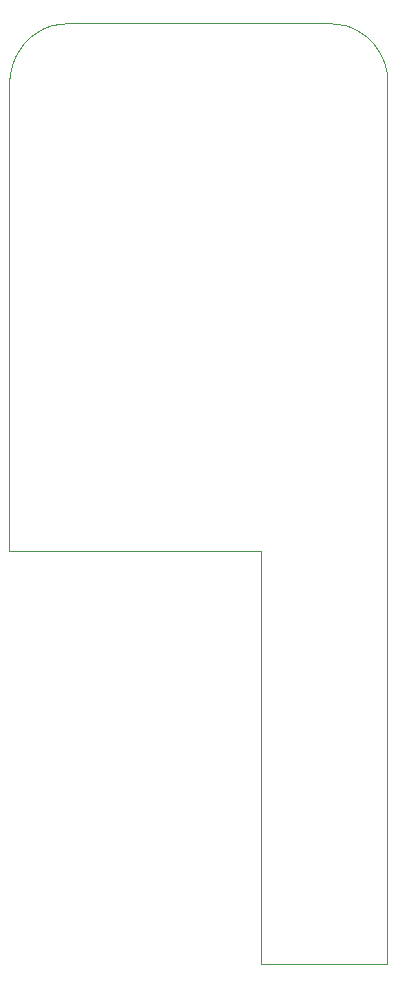
<source format=gbr>
%TF.GenerationSoftware,KiCad,Pcbnew,7.0.7*%
%TF.CreationDate,2024-05-31T07:58:12-05:00*%
%TF.ProjectId,ThinkTankTimerVote,5468696e-6b54-4616-9e6b-54696d657256,rev?*%
%TF.SameCoordinates,Original*%
%TF.FileFunction,Profile,NP*%
%FSLAX46Y46*%
G04 Gerber Fmt 4.6, Leading zero omitted, Abs format (unit mm)*
G04 Created by KiCad (PCBNEW 7.0.7) date 2024-05-31 07:58:12*
%MOMM*%
%LPD*%
G01*
G04 APERTURE LIST*
%TA.AperFunction,Profile*%
%ADD10C,0.003779*%
%TD*%
G04 APERTURE END LIST*
D10*
X169750000Y-69115998D02*
X170255000Y-68611001D01*
X172120000Y-67592999D02*
X172817000Y-67440999D01*
X184529000Y-67390000D02*
X195529000Y-67390000D01*
X197606000Y-67842000D02*
X198231999Y-68183999D01*
X200326001Y-70981000D02*
X200478001Y-71677998D01*
X196938000Y-67592999D02*
X197606000Y-67842000D01*
X189793000Y-147099999D02*
X189793000Y-112099999D01*
X171452000Y-67842000D02*
X172120000Y-67592999D01*
X169323000Y-69687001D02*
X169750000Y-69115998D01*
X168981000Y-70313000D02*
X169323000Y-69687001D01*
X200529000Y-107245000D02*
X200529000Y-112099999D01*
X168529000Y-107245000D02*
X168529000Y-74476998D01*
X200529000Y-112099999D02*
X200529000Y-147099999D01*
X168580000Y-71677998D02*
X168732000Y-70981000D01*
X168529000Y-74476998D02*
X168529000Y-72390000D01*
X195529000Y-67390000D02*
X196241000Y-67440999D01*
X200529000Y-74476998D02*
X200529000Y-107245000D01*
X200478001Y-71677998D02*
X200529000Y-72390000D01*
X199735001Y-69687001D02*
X200077000Y-70313000D01*
X196241000Y-67440999D02*
X196938000Y-67592999D01*
X168529000Y-112099999D02*
X168529000Y-107245000D01*
X172817000Y-67440999D02*
X173529000Y-67390000D01*
X198231999Y-68183999D02*
X198803000Y-68611001D01*
X170255000Y-68611001D02*
X170826000Y-68183999D01*
X173529000Y-67390000D02*
X184529000Y-67390000D01*
X198803000Y-68611001D02*
X199307999Y-69115998D01*
X200077000Y-70313000D02*
X200326001Y-70981000D01*
X168529000Y-72390000D02*
X168580000Y-71677998D01*
X168732000Y-70981000D02*
X168981000Y-70313000D01*
X170826000Y-68183999D02*
X171452000Y-67842000D01*
X199307999Y-69115998D02*
X199735001Y-69687001D01*
X200529000Y-72390000D02*
X200529000Y-74476998D01*
X200529000Y-147099999D02*
X189793000Y-147099999D01*
X189793000Y-112099999D02*
X168529000Y-112099999D01*
M02*

</source>
